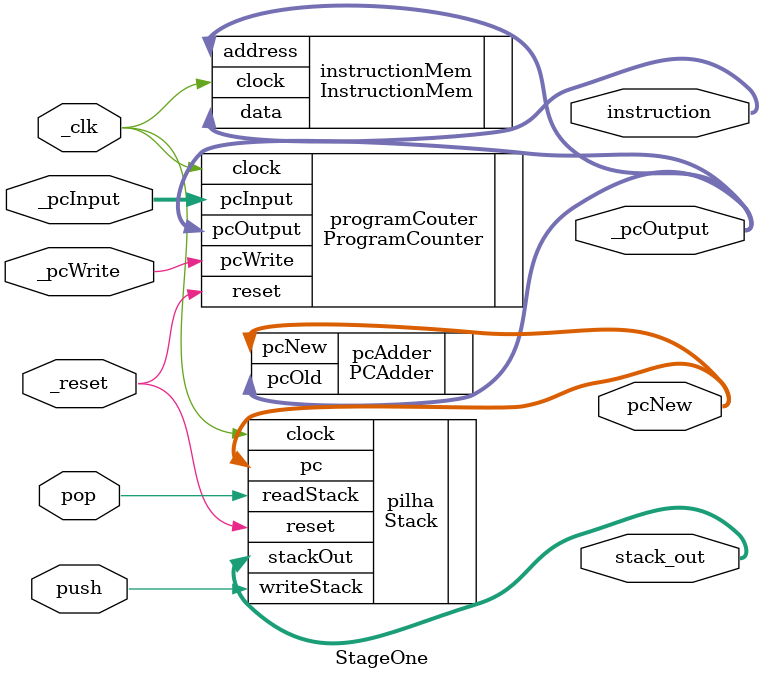
<source format=v>

module StageOne(_clk, _reset, _pcWrite, _pcInput, _pcOutput, pcNew, instruction, push, pop, stack_out);

input _clk, _reset, _pcWrite, push, pop;
input [31:0] _pcInput;
output wire [31:0] _pcOutput;
output wire [31:0] instruction;
output wire [31:0] pcNew;
output wire [31:0] stack_out;


ProgramCounter programCouter(
.clock(_clk), 
.reset(_reset), 
.pcWrite(_pcWrite), 
.pcInput(_pcInput),
.pcOutput(_pcOutput)
);

PCAdder pcAdder(
.pcOld(_pcOutput),
.pcNew(pcNew)
);

InstructionMem instructionMem(
.clock(_clk), 
.address(_pcOutput), 
.data(instruction)
);

Stack pilha(
.clock(_clk),
.reset(_reset),
.readStack(pop),
.writeStack(push),
.pc(pcNew),
.stackOut(stack_out)
);



endmodule

</source>
